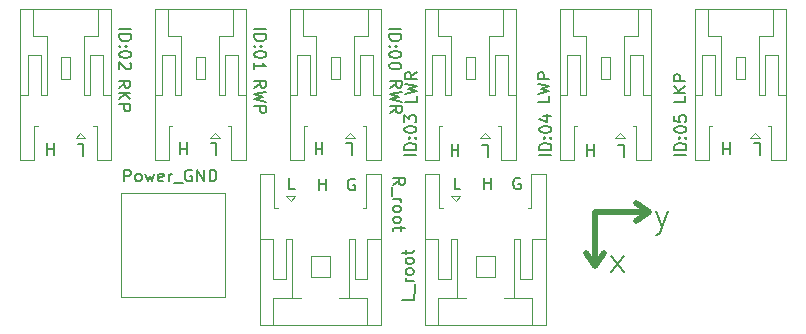
<source format=gbr>
%TF.GenerationSoftware,KiCad,Pcbnew,9.0.1*%
%TF.CreationDate,2025-04-23T20:11:47+09:00*%
%TF.ProjectId,RDC_Humanoid_CAN_chain,5244435f-4875-46d6-916e-6f69645f4341,rev?*%
%TF.SameCoordinates,Original*%
%TF.FileFunction,Legend,Top*%
%TF.FilePolarity,Positive*%
%FSLAX46Y46*%
G04 Gerber Fmt 4.6, Leading zero omitted, Abs format (unit mm)*
G04 Created by KiCad (PCBNEW 9.0.1) date 2025-04-23 20:11:47*
%MOMM*%
%LPD*%
G01*
G04 APERTURE LIST*
%ADD10C,0.170000*%
%ADD11C,0.500000*%
%ADD12C,0.200000*%
%ADD13C,0.120000*%
G04 APERTURE END LIST*
D10*
X41150062Y-87811220D02*
X41150062Y-88811220D01*
X41150062Y-88335030D02*
X40578634Y-88335030D01*
X40578634Y-87811220D02*
X40578634Y-88811220D01*
X60368779Y-100673872D02*
X60368779Y-101150062D01*
X60368779Y-101150062D02*
X59368779Y-101150062D01*
X60464017Y-100578634D02*
X60464017Y-99816729D01*
X60368779Y-99578633D02*
X59702112Y-99578633D01*
X59892588Y-99578633D02*
X59797350Y-99531014D01*
X59797350Y-99531014D02*
X59749731Y-99483395D01*
X59749731Y-99483395D02*
X59702112Y-99388157D01*
X59702112Y-99388157D02*
X59702112Y-99292919D01*
X60368779Y-98816728D02*
X60321160Y-98911966D01*
X60321160Y-98911966D02*
X60273540Y-98959585D01*
X60273540Y-98959585D02*
X60178302Y-99007204D01*
X60178302Y-99007204D02*
X59892588Y-99007204D01*
X59892588Y-99007204D02*
X59797350Y-98959585D01*
X59797350Y-98959585D02*
X59749731Y-98911966D01*
X59749731Y-98911966D02*
X59702112Y-98816728D01*
X59702112Y-98816728D02*
X59702112Y-98673871D01*
X59702112Y-98673871D02*
X59749731Y-98578633D01*
X59749731Y-98578633D02*
X59797350Y-98531014D01*
X59797350Y-98531014D02*
X59892588Y-98483395D01*
X59892588Y-98483395D02*
X60178302Y-98483395D01*
X60178302Y-98483395D02*
X60273540Y-98531014D01*
X60273540Y-98531014D02*
X60321160Y-98578633D01*
X60321160Y-98578633D02*
X60368779Y-98673871D01*
X60368779Y-98673871D02*
X60368779Y-98816728D01*
X60368779Y-97911966D02*
X60321160Y-98007204D01*
X60321160Y-98007204D02*
X60273540Y-98054823D01*
X60273540Y-98054823D02*
X60178302Y-98102442D01*
X60178302Y-98102442D02*
X59892588Y-98102442D01*
X59892588Y-98102442D02*
X59797350Y-98054823D01*
X59797350Y-98054823D02*
X59749731Y-98007204D01*
X59749731Y-98007204D02*
X59702112Y-97911966D01*
X59702112Y-97911966D02*
X59702112Y-97769109D01*
X59702112Y-97769109D02*
X59749731Y-97673871D01*
X59749731Y-97673871D02*
X59797350Y-97626252D01*
X59797350Y-97626252D02*
X59892588Y-97578633D01*
X59892588Y-97578633D02*
X60178302Y-97578633D01*
X60178302Y-97578633D02*
X60273540Y-97626252D01*
X60273540Y-97626252D02*
X60321160Y-97673871D01*
X60321160Y-97673871D02*
X60368779Y-97769109D01*
X60368779Y-97769109D02*
X60368779Y-97911966D01*
X59702112Y-97292918D02*
X59702112Y-96911966D01*
X59368779Y-97150061D02*
X60225921Y-97150061D01*
X60225921Y-97150061D02*
X60321160Y-97102442D01*
X60321160Y-97102442D02*
X60368779Y-97007204D01*
X60368779Y-97007204D02*
X60368779Y-96911966D01*
X69373746Y-90846398D02*
X69278508Y-90798779D01*
X69278508Y-90798779D02*
X69135651Y-90798779D01*
X69135651Y-90798779D02*
X68992794Y-90846398D01*
X68992794Y-90846398D02*
X68897556Y-90941636D01*
X68897556Y-90941636D02*
X68849937Y-91036874D01*
X68849937Y-91036874D02*
X68802318Y-91227350D01*
X68802318Y-91227350D02*
X68802318Y-91370207D01*
X68802318Y-91370207D02*
X68849937Y-91560683D01*
X68849937Y-91560683D02*
X68897556Y-91655921D01*
X68897556Y-91655921D02*
X68992794Y-91751160D01*
X68992794Y-91751160D02*
X69135651Y-91798779D01*
X69135651Y-91798779D02*
X69230889Y-91798779D01*
X69230889Y-91798779D02*
X69373746Y-91751160D01*
X69373746Y-91751160D02*
X69421365Y-91703540D01*
X69421365Y-91703540D02*
X69421365Y-91370207D01*
X69421365Y-91370207D02*
X69230889Y-91370207D01*
X83368779Y-83923872D02*
X83368779Y-84400062D01*
X83368779Y-84400062D02*
X82368779Y-84400062D01*
X83368779Y-83590538D02*
X82368779Y-83590538D01*
X83368779Y-83019110D02*
X82797350Y-83447681D01*
X82368779Y-83019110D02*
X82940207Y-83590538D01*
X83368779Y-82590538D02*
X82368779Y-82590538D01*
X82368779Y-82590538D02*
X82368779Y-82209586D01*
X82368779Y-82209586D02*
X82416398Y-82114348D01*
X82416398Y-82114348D02*
X82464017Y-82066729D01*
X82464017Y-82066729D02*
X82559255Y-82019110D01*
X82559255Y-82019110D02*
X82702112Y-82019110D01*
X82702112Y-82019110D02*
X82797350Y-82066729D01*
X82797350Y-82066729D02*
X82844969Y-82114348D01*
X82844969Y-82114348D02*
X82892588Y-82209586D01*
X82892588Y-82209586D02*
X82892588Y-82590538D01*
X29900062Y-87881220D02*
X29900062Y-88881220D01*
X29900062Y-88405030D02*
X29328634Y-88405030D01*
X29328634Y-87881220D02*
X29328634Y-88881220D01*
X50326127Y-91798779D02*
X49849937Y-91798779D01*
X49849937Y-91798779D02*
X49849937Y-90798779D01*
X89173872Y-87881220D02*
X89650062Y-87881220D01*
X89650062Y-87881220D02*
X89650062Y-88881220D01*
X72013779Y-88920062D02*
X71013779Y-88920062D01*
X72013779Y-88443872D02*
X71013779Y-88443872D01*
X71013779Y-88443872D02*
X71013779Y-88205777D01*
X71013779Y-88205777D02*
X71061398Y-88062920D01*
X71061398Y-88062920D02*
X71156636Y-87967682D01*
X71156636Y-87967682D02*
X71251874Y-87920063D01*
X71251874Y-87920063D02*
X71442350Y-87872444D01*
X71442350Y-87872444D02*
X71585207Y-87872444D01*
X71585207Y-87872444D02*
X71775683Y-87920063D01*
X71775683Y-87920063D02*
X71870921Y-87967682D01*
X71870921Y-87967682D02*
X71966160Y-88062920D01*
X71966160Y-88062920D02*
X72013779Y-88205777D01*
X72013779Y-88205777D02*
X72013779Y-88443872D01*
X71918540Y-87443872D02*
X71966160Y-87396253D01*
X71966160Y-87396253D02*
X72013779Y-87443872D01*
X72013779Y-87443872D02*
X71966160Y-87491491D01*
X71966160Y-87491491D02*
X71918540Y-87443872D01*
X71918540Y-87443872D02*
X72013779Y-87443872D01*
X71394731Y-87443872D02*
X71442350Y-87396253D01*
X71442350Y-87396253D02*
X71489969Y-87443872D01*
X71489969Y-87443872D02*
X71442350Y-87491491D01*
X71442350Y-87491491D02*
X71394731Y-87443872D01*
X71394731Y-87443872D02*
X71489969Y-87443872D01*
X71013779Y-86777206D02*
X71013779Y-86681968D01*
X71013779Y-86681968D02*
X71061398Y-86586730D01*
X71061398Y-86586730D02*
X71109017Y-86539111D01*
X71109017Y-86539111D02*
X71204255Y-86491492D01*
X71204255Y-86491492D02*
X71394731Y-86443873D01*
X71394731Y-86443873D02*
X71632826Y-86443873D01*
X71632826Y-86443873D02*
X71823302Y-86491492D01*
X71823302Y-86491492D02*
X71918540Y-86539111D01*
X71918540Y-86539111D02*
X71966160Y-86586730D01*
X71966160Y-86586730D02*
X72013779Y-86681968D01*
X72013779Y-86681968D02*
X72013779Y-86777206D01*
X72013779Y-86777206D02*
X71966160Y-86872444D01*
X71966160Y-86872444D02*
X71918540Y-86920063D01*
X71918540Y-86920063D02*
X71823302Y-86967682D01*
X71823302Y-86967682D02*
X71632826Y-87015301D01*
X71632826Y-87015301D02*
X71394731Y-87015301D01*
X71394731Y-87015301D02*
X71204255Y-86967682D01*
X71204255Y-86967682D02*
X71109017Y-86920063D01*
X71109017Y-86920063D02*
X71061398Y-86872444D01*
X71061398Y-86872444D02*
X71013779Y-86777206D01*
X71347112Y-85586730D02*
X72013779Y-85586730D01*
X70966160Y-85824825D02*
X71680445Y-86062920D01*
X71680445Y-86062920D02*
X71680445Y-85443873D01*
X58381220Y-83171365D02*
X58857411Y-82838032D01*
X58381220Y-82599937D02*
X59381220Y-82599937D01*
X59381220Y-82599937D02*
X59381220Y-82980889D01*
X59381220Y-82980889D02*
X59333601Y-83076127D01*
X59333601Y-83076127D02*
X59285982Y-83123746D01*
X59285982Y-83123746D02*
X59190744Y-83171365D01*
X59190744Y-83171365D02*
X59047887Y-83171365D01*
X59047887Y-83171365D02*
X58952649Y-83123746D01*
X58952649Y-83123746D02*
X58905030Y-83076127D01*
X58905030Y-83076127D02*
X58857411Y-82980889D01*
X58857411Y-82980889D02*
X58857411Y-82599937D01*
X59381220Y-83504699D02*
X58381220Y-83742794D01*
X58381220Y-83742794D02*
X59095506Y-83933270D01*
X59095506Y-83933270D02*
X58381220Y-84123746D01*
X58381220Y-84123746D02*
X59381220Y-84361842D01*
X58381220Y-85314222D02*
X58857411Y-84980889D01*
X58381220Y-84742794D02*
X59381220Y-84742794D01*
X59381220Y-84742794D02*
X59381220Y-85123746D01*
X59381220Y-85123746D02*
X59333601Y-85218984D01*
X59333601Y-85218984D02*
X59285982Y-85266603D01*
X59285982Y-85266603D02*
X59190744Y-85314222D01*
X59190744Y-85314222D02*
X59047887Y-85314222D01*
X59047887Y-85314222D02*
X58952649Y-85266603D01*
X58952649Y-85266603D02*
X58905030Y-85218984D01*
X58905030Y-85218984D02*
X58857411Y-85123746D01*
X58857411Y-85123746D02*
X58857411Y-84742794D01*
X46876220Y-78189937D02*
X47876220Y-78189937D01*
X46876220Y-78666127D02*
X47876220Y-78666127D01*
X47876220Y-78666127D02*
X47876220Y-78904222D01*
X47876220Y-78904222D02*
X47828601Y-79047079D01*
X47828601Y-79047079D02*
X47733363Y-79142317D01*
X47733363Y-79142317D02*
X47638125Y-79189936D01*
X47638125Y-79189936D02*
X47447649Y-79237555D01*
X47447649Y-79237555D02*
X47304792Y-79237555D01*
X47304792Y-79237555D02*
X47114316Y-79189936D01*
X47114316Y-79189936D02*
X47019078Y-79142317D01*
X47019078Y-79142317D02*
X46923840Y-79047079D01*
X46923840Y-79047079D02*
X46876220Y-78904222D01*
X46876220Y-78904222D02*
X46876220Y-78666127D01*
X46971459Y-79666127D02*
X46923840Y-79713746D01*
X46923840Y-79713746D02*
X46876220Y-79666127D01*
X46876220Y-79666127D02*
X46923840Y-79618508D01*
X46923840Y-79618508D02*
X46971459Y-79666127D01*
X46971459Y-79666127D02*
X46876220Y-79666127D01*
X47495268Y-79666127D02*
X47447649Y-79713746D01*
X47447649Y-79713746D02*
X47400030Y-79666127D01*
X47400030Y-79666127D02*
X47447649Y-79618508D01*
X47447649Y-79618508D02*
X47495268Y-79666127D01*
X47495268Y-79666127D02*
X47400030Y-79666127D01*
X47876220Y-80332793D02*
X47876220Y-80428031D01*
X47876220Y-80428031D02*
X47828601Y-80523269D01*
X47828601Y-80523269D02*
X47780982Y-80570888D01*
X47780982Y-80570888D02*
X47685744Y-80618507D01*
X47685744Y-80618507D02*
X47495268Y-80666126D01*
X47495268Y-80666126D02*
X47257173Y-80666126D01*
X47257173Y-80666126D02*
X47066697Y-80618507D01*
X47066697Y-80618507D02*
X46971459Y-80570888D01*
X46971459Y-80570888D02*
X46923840Y-80523269D01*
X46923840Y-80523269D02*
X46876220Y-80428031D01*
X46876220Y-80428031D02*
X46876220Y-80332793D01*
X46876220Y-80332793D02*
X46923840Y-80237555D01*
X46923840Y-80237555D02*
X46971459Y-80189936D01*
X46971459Y-80189936D02*
X47066697Y-80142317D01*
X47066697Y-80142317D02*
X47257173Y-80094698D01*
X47257173Y-80094698D02*
X47495268Y-80094698D01*
X47495268Y-80094698D02*
X47685744Y-80142317D01*
X47685744Y-80142317D02*
X47780982Y-80189936D01*
X47780982Y-80189936D02*
X47828601Y-80237555D01*
X47828601Y-80237555D02*
X47876220Y-80332793D01*
X46876220Y-81618507D02*
X46876220Y-81047079D01*
X46876220Y-81332793D02*
X47876220Y-81332793D01*
X47876220Y-81332793D02*
X47733363Y-81237555D01*
X47733363Y-81237555D02*
X47638125Y-81142317D01*
X47638125Y-81142317D02*
X47590506Y-81047079D01*
X66173872Y-88011220D02*
X66650062Y-88011220D01*
X66650062Y-88011220D02*
X66650062Y-89011220D01*
X75650062Y-87941220D02*
X75650062Y-88941220D01*
X75650062Y-88465030D02*
X75078634Y-88465030D01*
X75078634Y-87941220D02*
X75078634Y-88941220D01*
X46881220Y-83171365D02*
X47357411Y-82838032D01*
X46881220Y-82599937D02*
X47881220Y-82599937D01*
X47881220Y-82599937D02*
X47881220Y-82980889D01*
X47881220Y-82980889D02*
X47833601Y-83076127D01*
X47833601Y-83076127D02*
X47785982Y-83123746D01*
X47785982Y-83123746D02*
X47690744Y-83171365D01*
X47690744Y-83171365D02*
X47547887Y-83171365D01*
X47547887Y-83171365D02*
X47452649Y-83123746D01*
X47452649Y-83123746D02*
X47405030Y-83076127D01*
X47405030Y-83076127D02*
X47357411Y-82980889D01*
X47357411Y-82980889D02*
X47357411Y-82599937D01*
X47881220Y-83504699D02*
X46881220Y-83742794D01*
X46881220Y-83742794D02*
X47595506Y-83933270D01*
X47595506Y-83933270D02*
X46881220Y-84123746D01*
X46881220Y-84123746D02*
X47881220Y-84361842D01*
X46881220Y-84742794D02*
X47881220Y-84742794D01*
X47881220Y-84742794D02*
X47881220Y-85123746D01*
X47881220Y-85123746D02*
X47833601Y-85218984D01*
X47833601Y-85218984D02*
X47785982Y-85266603D01*
X47785982Y-85266603D02*
X47690744Y-85314222D01*
X47690744Y-85314222D02*
X47547887Y-85314222D01*
X47547887Y-85314222D02*
X47452649Y-85266603D01*
X47452649Y-85266603D02*
X47405030Y-85218984D01*
X47405030Y-85218984D02*
X47357411Y-85123746D01*
X47357411Y-85123746D02*
X47357411Y-84742794D01*
X64326127Y-91798779D02*
X63849937Y-91798779D01*
X63849937Y-91798779D02*
X63849937Y-90798779D01*
D11*
X75685137Y-93728285D02*
X75685137Y-98299714D01*
X76447042Y-97156857D02*
X75685137Y-98299714D01*
X75685137Y-98299714D02*
X74923232Y-97156857D01*
D10*
X58631220Y-91421365D02*
X59107411Y-91088032D01*
X58631220Y-90849937D02*
X59631220Y-90849937D01*
X59631220Y-90849937D02*
X59631220Y-91230889D01*
X59631220Y-91230889D02*
X59583601Y-91326127D01*
X59583601Y-91326127D02*
X59535982Y-91373746D01*
X59535982Y-91373746D02*
X59440744Y-91421365D01*
X59440744Y-91421365D02*
X59297887Y-91421365D01*
X59297887Y-91421365D02*
X59202649Y-91373746D01*
X59202649Y-91373746D02*
X59155030Y-91326127D01*
X59155030Y-91326127D02*
X59107411Y-91230889D01*
X59107411Y-91230889D02*
X59107411Y-90849937D01*
X58535982Y-91611842D02*
X58535982Y-92373746D01*
X58631220Y-92611842D02*
X59297887Y-92611842D01*
X59107411Y-92611842D02*
X59202649Y-92659461D01*
X59202649Y-92659461D02*
X59250268Y-92707080D01*
X59250268Y-92707080D02*
X59297887Y-92802318D01*
X59297887Y-92802318D02*
X59297887Y-92897556D01*
X58631220Y-93373747D02*
X58678840Y-93278509D01*
X58678840Y-93278509D02*
X58726459Y-93230890D01*
X58726459Y-93230890D02*
X58821697Y-93183271D01*
X58821697Y-93183271D02*
X59107411Y-93183271D01*
X59107411Y-93183271D02*
X59202649Y-93230890D01*
X59202649Y-93230890D02*
X59250268Y-93278509D01*
X59250268Y-93278509D02*
X59297887Y-93373747D01*
X59297887Y-93373747D02*
X59297887Y-93516604D01*
X59297887Y-93516604D02*
X59250268Y-93611842D01*
X59250268Y-93611842D02*
X59202649Y-93659461D01*
X59202649Y-93659461D02*
X59107411Y-93707080D01*
X59107411Y-93707080D02*
X58821697Y-93707080D01*
X58821697Y-93707080D02*
X58726459Y-93659461D01*
X58726459Y-93659461D02*
X58678840Y-93611842D01*
X58678840Y-93611842D02*
X58631220Y-93516604D01*
X58631220Y-93516604D02*
X58631220Y-93373747D01*
X58631220Y-94278509D02*
X58678840Y-94183271D01*
X58678840Y-94183271D02*
X58726459Y-94135652D01*
X58726459Y-94135652D02*
X58821697Y-94088033D01*
X58821697Y-94088033D02*
X59107411Y-94088033D01*
X59107411Y-94088033D02*
X59202649Y-94135652D01*
X59202649Y-94135652D02*
X59250268Y-94183271D01*
X59250268Y-94183271D02*
X59297887Y-94278509D01*
X59297887Y-94278509D02*
X59297887Y-94421366D01*
X59297887Y-94421366D02*
X59250268Y-94516604D01*
X59250268Y-94516604D02*
X59202649Y-94564223D01*
X59202649Y-94564223D02*
X59107411Y-94611842D01*
X59107411Y-94611842D02*
X58821697Y-94611842D01*
X58821697Y-94611842D02*
X58726459Y-94564223D01*
X58726459Y-94564223D02*
X58678840Y-94516604D01*
X58678840Y-94516604D02*
X58631220Y-94421366D01*
X58631220Y-94421366D02*
X58631220Y-94278509D01*
X59297887Y-94897557D02*
X59297887Y-95278509D01*
X59631220Y-95040414D02*
X58774078Y-95040414D01*
X58774078Y-95040414D02*
X58678840Y-95088033D01*
X58678840Y-95088033D02*
X58631220Y-95183271D01*
X58631220Y-95183271D02*
X58631220Y-95278509D01*
X52349937Y-91868779D02*
X52349937Y-90868779D01*
X52349937Y-91344969D02*
X52921365Y-91344969D01*
X52921365Y-91868779D02*
X52921365Y-90868779D01*
X66349937Y-91798779D02*
X66349937Y-90798779D01*
X66349937Y-91274969D02*
X66921365Y-91274969D01*
X66921365Y-91798779D02*
X66921365Y-90798779D01*
X35381220Y-83171365D02*
X35857411Y-82838032D01*
X35381220Y-82599937D02*
X36381220Y-82599937D01*
X36381220Y-82599937D02*
X36381220Y-82980889D01*
X36381220Y-82980889D02*
X36333601Y-83076127D01*
X36333601Y-83076127D02*
X36285982Y-83123746D01*
X36285982Y-83123746D02*
X36190744Y-83171365D01*
X36190744Y-83171365D02*
X36047887Y-83171365D01*
X36047887Y-83171365D02*
X35952649Y-83123746D01*
X35952649Y-83123746D02*
X35905030Y-83076127D01*
X35905030Y-83076127D02*
X35857411Y-82980889D01*
X35857411Y-82980889D02*
X35857411Y-82599937D01*
X35381220Y-83599937D02*
X36381220Y-83599937D01*
X35381220Y-84171365D02*
X35952649Y-83742794D01*
X36381220Y-84171365D02*
X35809792Y-83599937D01*
X35381220Y-84599937D02*
X36381220Y-84599937D01*
X36381220Y-84599937D02*
X36381220Y-84980889D01*
X36381220Y-84980889D02*
X36333601Y-85076127D01*
X36333601Y-85076127D02*
X36285982Y-85123746D01*
X36285982Y-85123746D02*
X36190744Y-85171365D01*
X36190744Y-85171365D02*
X36047887Y-85171365D01*
X36047887Y-85171365D02*
X35952649Y-85123746D01*
X35952649Y-85123746D02*
X35905030Y-85076127D01*
X35905030Y-85076127D02*
X35857411Y-84980889D01*
X35857411Y-84980889D02*
X35857411Y-84599937D01*
X77673872Y-88011220D02*
X78150062Y-88011220D01*
X78150062Y-88011220D02*
X78150062Y-89011220D01*
X55373746Y-90916398D02*
X55278508Y-90868779D01*
X55278508Y-90868779D02*
X55135651Y-90868779D01*
X55135651Y-90868779D02*
X54992794Y-90916398D01*
X54992794Y-90916398D02*
X54897556Y-91011636D01*
X54897556Y-91011636D02*
X54849937Y-91106874D01*
X54849937Y-91106874D02*
X54802318Y-91297350D01*
X54802318Y-91297350D02*
X54802318Y-91440207D01*
X54802318Y-91440207D02*
X54849937Y-91630683D01*
X54849937Y-91630683D02*
X54897556Y-91725921D01*
X54897556Y-91725921D02*
X54992794Y-91821160D01*
X54992794Y-91821160D02*
X55135651Y-91868779D01*
X55135651Y-91868779D02*
X55230889Y-91868779D01*
X55230889Y-91868779D02*
X55373746Y-91821160D01*
X55373746Y-91821160D02*
X55421365Y-91773540D01*
X55421365Y-91773540D02*
X55421365Y-91440207D01*
X55421365Y-91440207D02*
X55230889Y-91440207D01*
X83443779Y-88920062D02*
X82443779Y-88920062D01*
X83443779Y-88443872D02*
X82443779Y-88443872D01*
X82443779Y-88443872D02*
X82443779Y-88205777D01*
X82443779Y-88205777D02*
X82491398Y-88062920D01*
X82491398Y-88062920D02*
X82586636Y-87967682D01*
X82586636Y-87967682D02*
X82681874Y-87920063D01*
X82681874Y-87920063D02*
X82872350Y-87872444D01*
X82872350Y-87872444D02*
X83015207Y-87872444D01*
X83015207Y-87872444D02*
X83205683Y-87920063D01*
X83205683Y-87920063D02*
X83300921Y-87967682D01*
X83300921Y-87967682D02*
X83396160Y-88062920D01*
X83396160Y-88062920D02*
X83443779Y-88205777D01*
X83443779Y-88205777D02*
X83443779Y-88443872D01*
X83348540Y-87443872D02*
X83396160Y-87396253D01*
X83396160Y-87396253D02*
X83443779Y-87443872D01*
X83443779Y-87443872D02*
X83396160Y-87491491D01*
X83396160Y-87491491D02*
X83348540Y-87443872D01*
X83348540Y-87443872D02*
X83443779Y-87443872D01*
X82824731Y-87443872D02*
X82872350Y-87396253D01*
X82872350Y-87396253D02*
X82919969Y-87443872D01*
X82919969Y-87443872D02*
X82872350Y-87491491D01*
X82872350Y-87491491D02*
X82824731Y-87443872D01*
X82824731Y-87443872D02*
X82919969Y-87443872D01*
X82443779Y-86777206D02*
X82443779Y-86681968D01*
X82443779Y-86681968D02*
X82491398Y-86586730D01*
X82491398Y-86586730D02*
X82539017Y-86539111D01*
X82539017Y-86539111D02*
X82634255Y-86491492D01*
X82634255Y-86491492D02*
X82824731Y-86443873D01*
X82824731Y-86443873D02*
X83062826Y-86443873D01*
X83062826Y-86443873D02*
X83253302Y-86491492D01*
X83253302Y-86491492D02*
X83348540Y-86539111D01*
X83348540Y-86539111D02*
X83396160Y-86586730D01*
X83396160Y-86586730D02*
X83443779Y-86681968D01*
X83443779Y-86681968D02*
X83443779Y-86777206D01*
X83443779Y-86777206D02*
X83396160Y-86872444D01*
X83396160Y-86872444D02*
X83348540Y-86920063D01*
X83348540Y-86920063D02*
X83253302Y-86967682D01*
X83253302Y-86967682D02*
X83062826Y-87015301D01*
X83062826Y-87015301D02*
X82824731Y-87015301D01*
X82824731Y-87015301D02*
X82634255Y-86967682D01*
X82634255Y-86967682D02*
X82539017Y-86920063D01*
X82539017Y-86920063D02*
X82491398Y-86872444D01*
X82491398Y-86872444D02*
X82443779Y-86777206D01*
X82443779Y-85539111D02*
X82443779Y-86015301D01*
X82443779Y-86015301D02*
X82919969Y-86062920D01*
X82919969Y-86062920D02*
X82872350Y-86015301D01*
X82872350Y-86015301D02*
X82824731Y-85920063D01*
X82824731Y-85920063D02*
X82824731Y-85681968D01*
X82824731Y-85681968D02*
X82872350Y-85586730D01*
X82872350Y-85586730D02*
X82919969Y-85539111D01*
X82919969Y-85539111D02*
X83015207Y-85491492D01*
X83015207Y-85491492D02*
X83253302Y-85491492D01*
X83253302Y-85491492D02*
X83348540Y-85539111D01*
X83348540Y-85539111D02*
X83396160Y-85586730D01*
X83396160Y-85586730D02*
X83443779Y-85681968D01*
X83443779Y-85681968D02*
X83443779Y-85920063D01*
X83443779Y-85920063D02*
X83396160Y-86015301D01*
X83396160Y-86015301D02*
X83348540Y-86062920D01*
D11*
X75727085Y-93714862D02*
X80298514Y-93714862D01*
X79155657Y-92952957D02*
X80298514Y-93714862D01*
X80298514Y-93714862D02*
X79155657Y-94476767D01*
D10*
X60583779Y-88920062D02*
X59583779Y-88920062D01*
X60583779Y-88443872D02*
X59583779Y-88443872D01*
X59583779Y-88443872D02*
X59583779Y-88205777D01*
X59583779Y-88205777D02*
X59631398Y-88062920D01*
X59631398Y-88062920D02*
X59726636Y-87967682D01*
X59726636Y-87967682D02*
X59821874Y-87920063D01*
X59821874Y-87920063D02*
X60012350Y-87872444D01*
X60012350Y-87872444D02*
X60155207Y-87872444D01*
X60155207Y-87872444D02*
X60345683Y-87920063D01*
X60345683Y-87920063D02*
X60440921Y-87967682D01*
X60440921Y-87967682D02*
X60536160Y-88062920D01*
X60536160Y-88062920D02*
X60583779Y-88205777D01*
X60583779Y-88205777D02*
X60583779Y-88443872D01*
X60488540Y-87443872D02*
X60536160Y-87396253D01*
X60536160Y-87396253D02*
X60583779Y-87443872D01*
X60583779Y-87443872D02*
X60536160Y-87491491D01*
X60536160Y-87491491D02*
X60488540Y-87443872D01*
X60488540Y-87443872D02*
X60583779Y-87443872D01*
X59964731Y-87443872D02*
X60012350Y-87396253D01*
X60012350Y-87396253D02*
X60059969Y-87443872D01*
X60059969Y-87443872D02*
X60012350Y-87491491D01*
X60012350Y-87491491D02*
X59964731Y-87443872D01*
X59964731Y-87443872D02*
X60059969Y-87443872D01*
X59583779Y-86777206D02*
X59583779Y-86681968D01*
X59583779Y-86681968D02*
X59631398Y-86586730D01*
X59631398Y-86586730D02*
X59679017Y-86539111D01*
X59679017Y-86539111D02*
X59774255Y-86491492D01*
X59774255Y-86491492D02*
X59964731Y-86443873D01*
X59964731Y-86443873D02*
X60202826Y-86443873D01*
X60202826Y-86443873D02*
X60393302Y-86491492D01*
X60393302Y-86491492D02*
X60488540Y-86539111D01*
X60488540Y-86539111D02*
X60536160Y-86586730D01*
X60536160Y-86586730D02*
X60583779Y-86681968D01*
X60583779Y-86681968D02*
X60583779Y-86777206D01*
X60583779Y-86777206D02*
X60536160Y-86872444D01*
X60536160Y-86872444D02*
X60488540Y-86920063D01*
X60488540Y-86920063D02*
X60393302Y-86967682D01*
X60393302Y-86967682D02*
X60202826Y-87015301D01*
X60202826Y-87015301D02*
X59964731Y-87015301D01*
X59964731Y-87015301D02*
X59774255Y-86967682D01*
X59774255Y-86967682D02*
X59679017Y-86920063D01*
X59679017Y-86920063D02*
X59631398Y-86872444D01*
X59631398Y-86872444D02*
X59583779Y-86777206D01*
X59583779Y-86110539D02*
X59583779Y-85491492D01*
X59583779Y-85491492D02*
X59964731Y-85824825D01*
X59964731Y-85824825D02*
X59964731Y-85681968D01*
X59964731Y-85681968D02*
X60012350Y-85586730D01*
X60012350Y-85586730D02*
X60059969Y-85539111D01*
X60059969Y-85539111D02*
X60155207Y-85491492D01*
X60155207Y-85491492D02*
X60393302Y-85491492D01*
X60393302Y-85491492D02*
X60488540Y-85539111D01*
X60488540Y-85539111D02*
X60536160Y-85586730D01*
X60536160Y-85586730D02*
X60583779Y-85681968D01*
X60583779Y-85681968D02*
X60583779Y-85967682D01*
X60583779Y-85967682D02*
X60536160Y-86062920D01*
X60536160Y-86062920D02*
X60488540Y-86110539D01*
X87150062Y-87811220D02*
X87150062Y-88811220D01*
X87150062Y-88335030D02*
X86578634Y-88335030D01*
X86578634Y-87811220D02*
X86578634Y-88811220D01*
X43173872Y-87881220D02*
X43650062Y-87881220D01*
X43650062Y-87881220D02*
X43650062Y-88881220D01*
X64150062Y-87941220D02*
X64150062Y-88941220D01*
X64150062Y-88465030D02*
X63578634Y-88465030D01*
X63578634Y-87941220D02*
X63578634Y-88941220D01*
X52650062Y-87811220D02*
X52650062Y-88811220D01*
X52650062Y-88335030D02*
X52078634Y-88335030D01*
X52078634Y-87811220D02*
X52078634Y-88811220D01*
X35849937Y-91118779D02*
X35849937Y-90118779D01*
X35849937Y-90118779D02*
X36230889Y-90118779D01*
X36230889Y-90118779D02*
X36326127Y-90166398D01*
X36326127Y-90166398D02*
X36373746Y-90214017D01*
X36373746Y-90214017D02*
X36421365Y-90309255D01*
X36421365Y-90309255D02*
X36421365Y-90452112D01*
X36421365Y-90452112D02*
X36373746Y-90547350D01*
X36373746Y-90547350D02*
X36326127Y-90594969D01*
X36326127Y-90594969D02*
X36230889Y-90642588D01*
X36230889Y-90642588D02*
X35849937Y-90642588D01*
X36992794Y-91118779D02*
X36897556Y-91071160D01*
X36897556Y-91071160D02*
X36849937Y-91023540D01*
X36849937Y-91023540D02*
X36802318Y-90928302D01*
X36802318Y-90928302D02*
X36802318Y-90642588D01*
X36802318Y-90642588D02*
X36849937Y-90547350D01*
X36849937Y-90547350D02*
X36897556Y-90499731D01*
X36897556Y-90499731D02*
X36992794Y-90452112D01*
X36992794Y-90452112D02*
X37135651Y-90452112D01*
X37135651Y-90452112D02*
X37230889Y-90499731D01*
X37230889Y-90499731D02*
X37278508Y-90547350D01*
X37278508Y-90547350D02*
X37326127Y-90642588D01*
X37326127Y-90642588D02*
X37326127Y-90928302D01*
X37326127Y-90928302D02*
X37278508Y-91023540D01*
X37278508Y-91023540D02*
X37230889Y-91071160D01*
X37230889Y-91071160D02*
X37135651Y-91118779D01*
X37135651Y-91118779D02*
X36992794Y-91118779D01*
X37659461Y-90452112D02*
X37849937Y-91118779D01*
X37849937Y-91118779D02*
X38040413Y-90642588D01*
X38040413Y-90642588D02*
X38230889Y-91118779D01*
X38230889Y-91118779D02*
X38421365Y-90452112D01*
X39183270Y-91071160D02*
X39088032Y-91118779D01*
X39088032Y-91118779D02*
X38897556Y-91118779D01*
X38897556Y-91118779D02*
X38802318Y-91071160D01*
X38802318Y-91071160D02*
X38754699Y-90975921D01*
X38754699Y-90975921D02*
X38754699Y-90594969D01*
X38754699Y-90594969D02*
X38802318Y-90499731D01*
X38802318Y-90499731D02*
X38897556Y-90452112D01*
X38897556Y-90452112D02*
X39088032Y-90452112D01*
X39088032Y-90452112D02*
X39183270Y-90499731D01*
X39183270Y-90499731D02*
X39230889Y-90594969D01*
X39230889Y-90594969D02*
X39230889Y-90690207D01*
X39230889Y-90690207D02*
X38754699Y-90785445D01*
X39659461Y-91118779D02*
X39659461Y-90452112D01*
X39659461Y-90642588D02*
X39707080Y-90547350D01*
X39707080Y-90547350D02*
X39754699Y-90499731D01*
X39754699Y-90499731D02*
X39849937Y-90452112D01*
X39849937Y-90452112D02*
X39945175Y-90452112D01*
X40040414Y-91214017D02*
X40802318Y-91214017D01*
X41564223Y-90166398D02*
X41468985Y-90118779D01*
X41468985Y-90118779D02*
X41326128Y-90118779D01*
X41326128Y-90118779D02*
X41183271Y-90166398D01*
X41183271Y-90166398D02*
X41088033Y-90261636D01*
X41088033Y-90261636D02*
X41040414Y-90356874D01*
X41040414Y-90356874D02*
X40992795Y-90547350D01*
X40992795Y-90547350D02*
X40992795Y-90690207D01*
X40992795Y-90690207D02*
X41040414Y-90880683D01*
X41040414Y-90880683D02*
X41088033Y-90975921D01*
X41088033Y-90975921D02*
X41183271Y-91071160D01*
X41183271Y-91071160D02*
X41326128Y-91118779D01*
X41326128Y-91118779D02*
X41421366Y-91118779D01*
X41421366Y-91118779D02*
X41564223Y-91071160D01*
X41564223Y-91071160D02*
X41611842Y-91023540D01*
X41611842Y-91023540D02*
X41611842Y-90690207D01*
X41611842Y-90690207D02*
X41421366Y-90690207D01*
X42040414Y-91118779D02*
X42040414Y-90118779D01*
X42040414Y-90118779D02*
X42611842Y-91118779D01*
X42611842Y-91118779D02*
X42611842Y-90118779D01*
X43088033Y-91118779D02*
X43088033Y-90118779D01*
X43088033Y-90118779D02*
X43326128Y-90118779D01*
X43326128Y-90118779D02*
X43468985Y-90166398D01*
X43468985Y-90166398D02*
X43564223Y-90261636D01*
X43564223Y-90261636D02*
X43611842Y-90356874D01*
X43611842Y-90356874D02*
X43659461Y-90547350D01*
X43659461Y-90547350D02*
X43659461Y-90690207D01*
X43659461Y-90690207D02*
X43611842Y-90880683D01*
X43611842Y-90880683D02*
X43564223Y-90975921D01*
X43564223Y-90975921D02*
X43468985Y-91071160D01*
X43468985Y-91071160D02*
X43326128Y-91118779D01*
X43326128Y-91118779D02*
X43088033Y-91118779D01*
X54673872Y-87881220D02*
X55150062Y-87881220D01*
X55150062Y-87881220D02*
X55150062Y-88881220D01*
X31923872Y-87951220D02*
X32400062Y-87951220D01*
X32400062Y-87951220D02*
X32400062Y-88951220D01*
D12*
X80917292Y-93661504D02*
X81393482Y-94994838D01*
X81869673Y-93661504D02*
X81393482Y-94994838D01*
X81393482Y-94994838D02*
X81203006Y-95471028D01*
X81203006Y-95471028D02*
X81107768Y-95566266D01*
X81107768Y-95566266D02*
X80917292Y-95661504D01*
X77107292Y-98804838D02*
X78154911Y-97471504D01*
X77107292Y-97471504D02*
X78154911Y-98804838D01*
D10*
X58306220Y-78189937D02*
X59306220Y-78189937D01*
X58306220Y-78666127D02*
X59306220Y-78666127D01*
X59306220Y-78666127D02*
X59306220Y-78904222D01*
X59306220Y-78904222D02*
X59258601Y-79047079D01*
X59258601Y-79047079D02*
X59163363Y-79142317D01*
X59163363Y-79142317D02*
X59068125Y-79189936D01*
X59068125Y-79189936D02*
X58877649Y-79237555D01*
X58877649Y-79237555D02*
X58734792Y-79237555D01*
X58734792Y-79237555D02*
X58544316Y-79189936D01*
X58544316Y-79189936D02*
X58449078Y-79142317D01*
X58449078Y-79142317D02*
X58353840Y-79047079D01*
X58353840Y-79047079D02*
X58306220Y-78904222D01*
X58306220Y-78904222D02*
X58306220Y-78666127D01*
X58401459Y-79666127D02*
X58353840Y-79713746D01*
X58353840Y-79713746D02*
X58306220Y-79666127D01*
X58306220Y-79666127D02*
X58353840Y-79618508D01*
X58353840Y-79618508D02*
X58401459Y-79666127D01*
X58401459Y-79666127D02*
X58306220Y-79666127D01*
X58925268Y-79666127D02*
X58877649Y-79713746D01*
X58877649Y-79713746D02*
X58830030Y-79666127D01*
X58830030Y-79666127D02*
X58877649Y-79618508D01*
X58877649Y-79618508D02*
X58925268Y-79666127D01*
X58925268Y-79666127D02*
X58830030Y-79666127D01*
X59306220Y-80332793D02*
X59306220Y-80428031D01*
X59306220Y-80428031D02*
X59258601Y-80523269D01*
X59258601Y-80523269D02*
X59210982Y-80570888D01*
X59210982Y-80570888D02*
X59115744Y-80618507D01*
X59115744Y-80618507D02*
X58925268Y-80666126D01*
X58925268Y-80666126D02*
X58687173Y-80666126D01*
X58687173Y-80666126D02*
X58496697Y-80618507D01*
X58496697Y-80618507D02*
X58401459Y-80570888D01*
X58401459Y-80570888D02*
X58353840Y-80523269D01*
X58353840Y-80523269D02*
X58306220Y-80428031D01*
X58306220Y-80428031D02*
X58306220Y-80332793D01*
X58306220Y-80332793D02*
X58353840Y-80237555D01*
X58353840Y-80237555D02*
X58401459Y-80189936D01*
X58401459Y-80189936D02*
X58496697Y-80142317D01*
X58496697Y-80142317D02*
X58687173Y-80094698D01*
X58687173Y-80094698D02*
X58925268Y-80094698D01*
X58925268Y-80094698D02*
X59115744Y-80142317D01*
X59115744Y-80142317D02*
X59210982Y-80189936D01*
X59210982Y-80189936D02*
X59258601Y-80237555D01*
X59258601Y-80237555D02*
X59306220Y-80332793D01*
X59306220Y-81285174D02*
X59306220Y-81380412D01*
X59306220Y-81380412D02*
X59258601Y-81475650D01*
X59258601Y-81475650D02*
X59210982Y-81523269D01*
X59210982Y-81523269D02*
X59115744Y-81570888D01*
X59115744Y-81570888D02*
X58925268Y-81618507D01*
X58925268Y-81618507D02*
X58687173Y-81618507D01*
X58687173Y-81618507D02*
X58496697Y-81570888D01*
X58496697Y-81570888D02*
X58401459Y-81523269D01*
X58401459Y-81523269D02*
X58353840Y-81475650D01*
X58353840Y-81475650D02*
X58306220Y-81380412D01*
X58306220Y-81380412D02*
X58306220Y-81285174D01*
X58306220Y-81285174D02*
X58353840Y-81189936D01*
X58353840Y-81189936D02*
X58401459Y-81142317D01*
X58401459Y-81142317D02*
X58496697Y-81094698D01*
X58496697Y-81094698D02*
X58687173Y-81047079D01*
X58687173Y-81047079D02*
X58925268Y-81047079D01*
X58925268Y-81047079D02*
X59115744Y-81094698D01*
X59115744Y-81094698D02*
X59210982Y-81142317D01*
X59210982Y-81142317D02*
X59258601Y-81189936D01*
X59258601Y-81189936D02*
X59306220Y-81285174D01*
X35446220Y-78189937D02*
X36446220Y-78189937D01*
X35446220Y-78666127D02*
X36446220Y-78666127D01*
X36446220Y-78666127D02*
X36446220Y-78904222D01*
X36446220Y-78904222D02*
X36398601Y-79047079D01*
X36398601Y-79047079D02*
X36303363Y-79142317D01*
X36303363Y-79142317D02*
X36208125Y-79189936D01*
X36208125Y-79189936D02*
X36017649Y-79237555D01*
X36017649Y-79237555D02*
X35874792Y-79237555D01*
X35874792Y-79237555D02*
X35684316Y-79189936D01*
X35684316Y-79189936D02*
X35589078Y-79142317D01*
X35589078Y-79142317D02*
X35493840Y-79047079D01*
X35493840Y-79047079D02*
X35446220Y-78904222D01*
X35446220Y-78904222D02*
X35446220Y-78666127D01*
X35541459Y-79666127D02*
X35493840Y-79713746D01*
X35493840Y-79713746D02*
X35446220Y-79666127D01*
X35446220Y-79666127D02*
X35493840Y-79618508D01*
X35493840Y-79618508D02*
X35541459Y-79666127D01*
X35541459Y-79666127D02*
X35446220Y-79666127D01*
X36065268Y-79666127D02*
X36017649Y-79713746D01*
X36017649Y-79713746D02*
X35970030Y-79666127D01*
X35970030Y-79666127D02*
X36017649Y-79618508D01*
X36017649Y-79618508D02*
X36065268Y-79666127D01*
X36065268Y-79666127D02*
X35970030Y-79666127D01*
X36446220Y-80332793D02*
X36446220Y-80428031D01*
X36446220Y-80428031D02*
X36398601Y-80523269D01*
X36398601Y-80523269D02*
X36350982Y-80570888D01*
X36350982Y-80570888D02*
X36255744Y-80618507D01*
X36255744Y-80618507D02*
X36065268Y-80666126D01*
X36065268Y-80666126D02*
X35827173Y-80666126D01*
X35827173Y-80666126D02*
X35636697Y-80618507D01*
X35636697Y-80618507D02*
X35541459Y-80570888D01*
X35541459Y-80570888D02*
X35493840Y-80523269D01*
X35493840Y-80523269D02*
X35446220Y-80428031D01*
X35446220Y-80428031D02*
X35446220Y-80332793D01*
X35446220Y-80332793D02*
X35493840Y-80237555D01*
X35493840Y-80237555D02*
X35541459Y-80189936D01*
X35541459Y-80189936D02*
X35636697Y-80142317D01*
X35636697Y-80142317D02*
X35827173Y-80094698D01*
X35827173Y-80094698D02*
X36065268Y-80094698D01*
X36065268Y-80094698D02*
X36255744Y-80142317D01*
X36255744Y-80142317D02*
X36350982Y-80189936D01*
X36350982Y-80189936D02*
X36398601Y-80237555D01*
X36398601Y-80237555D02*
X36446220Y-80332793D01*
X36350982Y-81047079D02*
X36398601Y-81094698D01*
X36398601Y-81094698D02*
X36446220Y-81189936D01*
X36446220Y-81189936D02*
X36446220Y-81428031D01*
X36446220Y-81428031D02*
X36398601Y-81523269D01*
X36398601Y-81523269D02*
X36350982Y-81570888D01*
X36350982Y-81570888D02*
X36255744Y-81618507D01*
X36255744Y-81618507D02*
X36160506Y-81618507D01*
X36160506Y-81618507D02*
X36017649Y-81570888D01*
X36017649Y-81570888D02*
X35446220Y-80999460D01*
X35446220Y-80999460D02*
X35446220Y-81618507D01*
X71868779Y-83923872D02*
X71868779Y-84400062D01*
X71868779Y-84400062D02*
X70868779Y-84400062D01*
X70868779Y-83685776D02*
X71868779Y-83447681D01*
X71868779Y-83447681D02*
X71154493Y-83257205D01*
X71154493Y-83257205D02*
X71868779Y-83066729D01*
X71868779Y-83066729D02*
X70868779Y-82828634D01*
X71868779Y-82447681D02*
X70868779Y-82447681D01*
X70868779Y-82447681D02*
X70868779Y-82066729D01*
X70868779Y-82066729D02*
X70916398Y-81971491D01*
X70916398Y-81971491D02*
X70964017Y-81923872D01*
X70964017Y-81923872D02*
X71059255Y-81876253D01*
X71059255Y-81876253D02*
X71202112Y-81876253D01*
X71202112Y-81876253D02*
X71297350Y-81923872D01*
X71297350Y-81923872D02*
X71344969Y-81971491D01*
X71344969Y-81971491D02*
X71392588Y-82066729D01*
X71392588Y-82066729D02*
X71392588Y-82447681D01*
X60618779Y-83923872D02*
X60618779Y-84400062D01*
X60618779Y-84400062D02*
X59618779Y-84400062D01*
X59618779Y-83685776D02*
X60618779Y-83447681D01*
X60618779Y-83447681D02*
X59904493Y-83257205D01*
X59904493Y-83257205D02*
X60618779Y-83066729D01*
X60618779Y-83066729D02*
X59618779Y-82828634D01*
X60618779Y-81876253D02*
X60142588Y-82209586D01*
X60618779Y-82447681D02*
X59618779Y-82447681D01*
X59618779Y-82447681D02*
X59618779Y-82066729D01*
X59618779Y-82066729D02*
X59666398Y-81971491D01*
X59666398Y-81971491D02*
X59714017Y-81923872D01*
X59714017Y-81923872D02*
X59809255Y-81876253D01*
X59809255Y-81876253D02*
X59952112Y-81876253D01*
X59952112Y-81876253D02*
X60047350Y-81923872D01*
X60047350Y-81923872D02*
X60094969Y-81971491D01*
X60094969Y-81971491D02*
X60142588Y-82066729D01*
X60142588Y-82066729D02*
X60142588Y-82447681D01*
D13*
%TO.C,J2*%
X61320000Y-90480000D02*
X61320000Y-103300000D01*
X61320000Y-103300000D02*
X71540000Y-103300000D01*
X62430000Y-95990000D02*
X61320000Y-95990000D01*
X62430000Y-99400000D02*
X62430000Y-95990000D01*
X62430000Y-101000000D02*
X64830000Y-101000000D01*
X62430000Y-103300000D02*
X62430000Y-101000000D01*
X62540000Y-90480000D02*
X61320000Y-90480000D01*
X62540000Y-93380000D02*
X62540000Y-90480000D01*
X62820000Y-93380000D02*
X62540000Y-93380000D01*
X63530000Y-92390000D02*
X64330000Y-92390000D01*
X63530000Y-95990000D02*
X63530000Y-99400000D01*
X63530000Y-99400000D02*
X62430000Y-99400000D01*
X63930000Y-92790000D02*
X63530000Y-92390000D01*
X64030000Y-95990000D02*
X63530000Y-95990000D01*
X64030000Y-101000000D02*
X64030000Y-95990000D01*
X64330000Y-92390000D02*
X63930000Y-92790000D01*
X65630000Y-97390000D02*
X67230000Y-97390000D01*
X65630000Y-99190000D02*
X65630000Y-97390000D01*
X67230000Y-97390000D02*
X67230000Y-99190000D01*
X67230000Y-99190000D02*
X65630000Y-99190000D01*
X68030000Y-101000000D02*
X70430000Y-101000000D01*
X68830000Y-95990000D02*
X69330000Y-95990000D01*
X68830000Y-101000000D02*
X68830000Y-95990000D01*
X69330000Y-95990000D02*
X69330000Y-99400000D01*
X69330000Y-99400000D02*
X70430000Y-99400000D01*
X70320000Y-90480000D02*
X70320000Y-93380000D01*
X70320000Y-93380000D02*
X70040000Y-93380000D01*
X70430000Y-95990000D02*
X71540000Y-95990000D01*
X70430000Y-99400000D02*
X70430000Y-95990000D01*
X70430000Y-101000000D02*
X70430000Y-103300000D01*
X71540000Y-90480000D02*
X70320000Y-90480000D01*
X71540000Y-103300000D02*
X71540000Y-90480000D01*
%TO.C,J6*%
X84160000Y-76510000D02*
X84160000Y-89330000D01*
X84160000Y-89330000D02*
X85380000Y-89330000D01*
X84820000Y-80410000D02*
X84820000Y-83820000D01*
X84820000Y-83820000D02*
X84160000Y-83820000D01*
X85270000Y-78810000D02*
X85270000Y-76510000D01*
X85380000Y-86430000D02*
X85660000Y-86430000D01*
X85380000Y-89330000D02*
X85380000Y-86430000D01*
X85920000Y-80410000D02*
X84820000Y-80410000D01*
X85920000Y-83820000D02*
X85920000Y-80410000D01*
X86420000Y-78810000D02*
X85270000Y-78810000D01*
X86420000Y-78810000D02*
X86420000Y-83820000D01*
X86420000Y-83820000D02*
X85920000Y-83820000D01*
X87620000Y-80620000D02*
X88420000Y-80620000D01*
X87620000Y-82420000D02*
X87620000Y-80620000D01*
X88420000Y-80620000D02*
X88420000Y-82420000D01*
X88420000Y-82420000D02*
X87620000Y-82420000D01*
X88870000Y-87420000D02*
X89270000Y-87020000D01*
X89270000Y-87020000D02*
X89670000Y-87420000D01*
X89620000Y-78810000D02*
X89620000Y-83820000D01*
X89620000Y-83820000D02*
X90120000Y-83820000D01*
X89670000Y-87420000D02*
X88870000Y-87420000D01*
X90120000Y-80410000D02*
X91220000Y-80410000D01*
X90120000Y-83820000D02*
X90120000Y-80410000D01*
X90380000Y-86430000D02*
X90660000Y-86430000D01*
X90660000Y-86430000D02*
X90660000Y-89330000D01*
X90660000Y-89330000D02*
X91880000Y-89330000D01*
X90770000Y-76510000D02*
X90770000Y-78810000D01*
X90770000Y-78810000D02*
X89620000Y-78810000D01*
X91220000Y-80410000D02*
X91220000Y-83820000D01*
X91220000Y-83820000D02*
X91880000Y-83820000D01*
X91880000Y-76510000D02*
X84160000Y-76510000D01*
X91880000Y-89330000D02*
X91880000Y-76510000D01*
%TO.C,J8*%
X61300000Y-76510000D02*
X61300000Y-89330000D01*
X61300000Y-89330000D02*
X62520000Y-89330000D01*
X61960000Y-80410000D02*
X61960000Y-83820000D01*
X61960000Y-83820000D02*
X61300000Y-83820000D01*
X62410000Y-78810000D02*
X62410000Y-76510000D01*
X62520000Y-86430000D02*
X62800000Y-86430000D01*
X62520000Y-89330000D02*
X62520000Y-86430000D01*
X63060000Y-80410000D02*
X61960000Y-80410000D01*
X63060000Y-83820000D02*
X63060000Y-80410000D01*
X63560000Y-78810000D02*
X62410000Y-78810000D01*
X63560000Y-78810000D02*
X63560000Y-83820000D01*
X63560000Y-83820000D02*
X63060000Y-83820000D01*
X64760000Y-80620000D02*
X65560000Y-80620000D01*
X64760000Y-82420000D02*
X64760000Y-80620000D01*
X65560000Y-80620000D02*
X65560000Y-82420000D01*
X65560000Y-82420000D02*
X64760000Y-82420000D01*
X66010000Y-87420000D02*
X66410000Y-87020000D01*
X66410000Y-87020000D02*
X66810000Y-87420000D01*
X66760000Y-78810000D02*
X66760000Y-83820000D01*
X66760000Y-83820000D02*
X67260000Y-83820000D01*
X66810000Y-87420000D02*
X66010000Y-87420000D01*
X67260000Y-80410000D02*
X68360000Y-80410000D01*
X67260000Y-83820000D02*
X67260000Y-80410000D01*
X67520000Y-86430000D02*
X67800000Y-86430000D01*
X67800000Y-86430000D02*
X67800000Y-89330000D01*
X67800000Y-89330000D02*
X69020000Y-89330000D01*
X67910000Y-76510000D02*
X67910000Y-78810000D01*
X67910000Y-78810000D02*
X66760000Y-78810000D01*
X68360000Y-80410000D02*
X68360000Y-83820000D01*
X68360000Y-83820000D02*
X69020000Y-83820000D01*
X69020000Y-76510000D02*
X61300000Y-76510000D01*
X69020000Y-89330000D02*
X69020000Y-76510000D01*
%TO.C,J4*%
X38440000Y-76510000D02*
X38440000Y-89330000D01*
X38440000Y-89330000D02*
X39660000Y-89330000D01*
X39100000Y-80410000D02*
X39100000Y-83820000D01*
X39100000Y-83820000D02*
X38440000Y-83820000D01*
X39550000Y-78810000D02*
X39550000Y-76510000D01*
X39660000Y-86430000D02*
X39940000Y-86430000D01*
X39660000Y-89330000D02*
X39660000Y-86430000D01*
X40200000Y-80410000D02*
X39100000Y-80410000D01*
X40200000Y-83820000D02*
X40200000Y-80410000D01*
X40700000Y-78810000D02*
X39550000Y-78810000D01*
X40700000Y-78810000D02*
X40700000Y-83820000D01*
X40700000Y-83820000D02*
X40200000Y-83820000D01*
X41900000Y-80620000D02*
X42700000Y-80620000D01*
X41900000Y-82420000D02*
X41900000Y-80620000D01*
X42700000Y-80620000D02*
X42700000Y-82420000D01*
X42700000Y-82420000D02*
X41900000Y-82420000D01*
X43150000Y-87420000D02*
X43550000Y-87020000D01*
X43550000Y-87020000D02*
X43950000Y-87420000D01*
X43900000Y-78810000D02*
X43900000Y-83820000D01*
X43900000Y-83820000D02*
X44400000Y-83820000D01*
X43950000Y-87420000D02*
X43150000Y-87420000D01*
X44400000Y-80410000D02*
X45500000Y-80410000D01*
X44400000Y-83820000D02*
X44400000Y-80410000D01*
X44660000Y-86430000D02*
X44940000Y-86430000D01*
X44940000Y-86430000D02*
X44940000Y-89330000D01*
X44940000Y-89330000D02*
X46160000Y-89330000D01*
X45050000Y-76510000D02*
X45050000Y-78810000D01*
X45050000Y-78810000D02*
X43900000Y-78810000D01*
X45500000Y-80410000D02*
X45500000Y-83820000D01*
X45500000Y-83820000D02*
X46160000Y-83820000D01*
X46160000Y-76510000D02*
X38440000Y-76510000D01*
X46160000Y-89330000D02*
X46160000Y-76510000D01*
%TO.C,J5*%
X27030000Y-76510000D02*
X27030000Y-89330000D01*
X27030000Y-89330000D02*
X28250000Y-89330000D01*
X27690000Y-80410000D02*
X27690000Y-83820000D01*
X27690000Y-83820000D02*
X27030000Y-83820000D01*
X28140000Y-78810000D02*
X28140000Y-76510000D01*
X28250000Y-86430000D02*
X28530000Y-86430000D01*
X28250000Y-89330000D02*
X28250000Y-86430000D01*
X28790000Y-80410000D02*
X27690000Y-80410000D01*
X28790000Y-83820000D02*
X28790000Y-80410000D01*
X29290000Y-78810000D02*
X28140000Y-78810000D01*
X29290000Y-78810000D02*
X29290000Y-83820000D01*
X29290000Y-83820000D02*
X28790000Y-83820000D01*
X30490000Y-80620000D02*
X31290000Y-80620000D01*
X30490000Y-82420000D02*
X30490000Y-80620000D01*
X31290000Y-80620000D02*
X31290000Y-82420000D01*
X31290000Y-82420000D02*
X30490000Y-82420000D01*
X31740000Y-87420000D02*
X32140000Y-87020000D01*
X32140000Y-87020000D02*
X32540000Y-87420000D01*
X32490000Y-78810000D02*
X32490000Y-83820000D01*
X32490000Y-83820000D02*
X32990000Y-83820000D01*
X32540000Y-87420000D02*
X31740000Y-87420000D01*
X32990000Y-80410000D02*
X34090000Y-80410000D01*
X32990000Y-83820000D02*
X32990000Y-80410000D01*
X33250000Y-86430000D02*
X33530000Y-86430000D01*
X33530000Y-86430000D02*
X33530000Y-89330000D01*
X33530000Y-89330000D02*
X34750000Y-89330000D01*
X33640000Y-76510000D02*
X33640000Y-78810000D01*
X33640000Y-78810000D02*
X32490000Y-78810000D01*
X34090000Y-80410000D02*
X34090000Y-83820000D01*
X34090000Y-83820000D02*
X34750000Y-83820000D01*
X34750000Y-76510000D02*
X27030000Y-76510000D01*
X34750000Y-89330000D02*
X34750000Y-76510000D01*
%TO.C,J3*%
X49870000Y-76510000D02*
X49870000Y-89330000D01*
X49870000Y-89330000D02*
X51090000Y-89330000D01*
X50530000Y-80410000D02*
X50530000Y-83820000D01*
X50530000Y-83820000D02*
X49870000Y-83820000D01*
X50980000Y-78810000D02*
X50980000Y-76510000D01*
X51090000Y-86430000D02*
X51370000Y-86430000D01*
X51090000Y-89330000D02*
X51090000Y-86430000D01*
X51630000Y-80410000D02*
X50530000Y-80410000D01*
X51630000Y-83820000D02*
X51630000Y-80410000D01*
X52130000Y-78810000D02*
X50980000Y-78810000D01*
X52130000Y-78810000D02*
X52130000Y-83820000D01*
X52130000Y-83820000D02*
X51630000Y-83820000D01*
X53330000Y-80620000D02*
X54130000Y-80620000D01*
X53330000Y-82420000D02*
X53330000Y-80620000D01*
X54130000Y-80620000D02*
X54130000Y-82420000D01*
X54130000Y-82420000D02*
X53330000Y-82420000D01*
X54580000Y-87420000D02*
X54980000Y-87020000D01*
X54980000Y-87020000D02*
X55380000Y-87420000D01*
X55330000Y-78810000D02*
X55330000Y-83820000D01*
X55330000Y-83820000D02*
X55830000Y-83820000D01*
X55380000Y-87420000D02*
X54580000Y-87420000D01*
X55830000Y-80410000D02*
X56930000Y-80410000D01*
X55830000Y-83820000D02*
X55830000Y-80410000D01*
X56090000Y-86430000D02*
X56370000Y-86430000D01*
X56370000Y-86430000D02*
X56370000Y-89330000D01*
X56370000Y-89330000D02*
X57590000Y-89330000D01*
X56480000Y-76510000D02*
X56480000Y-78810000D01*
X56480000Y-78810000D02*
X55330000Y-78810000D01*
X56930000Y-80410000D02*
X56930000Y-83820000D01*
X56930000Y-83820000D02*
X57590000Y-83820000D01*
X57590000Y-76510000D02*
X49870000Y-76510000D01*
X57590000Y-89330000D02*
X57590000Y-76510000D01*
%TO.C,REF\u002A\u002A*%
X35600000Y-92100000D02*
X44400000Y-92100000D01*
X35600000Y-100900000D02*
X35600000Y-92100000D01*
X44400000Y-92100000D02*
X44400000Y-100900000D01*
X44400000Y-100900000D02*
X35600000Y-100900000D01*
%TO.C,J7*%
X72730000Y-76510000D02*
X72730000Y-89330000D01*
X72730000Y-89330000D02*
X73950000Y-89330000D01*
X73390000Y-80410000D02*
X73390000Y-83820000D01*
X73390000Y-83820000D02*
X72730000Y-83820000D01*
X73840000Y-78810000D02*
X73840000Y-76510000D01*
X73950000Y-86430000D02*
X74230000Y-86430000D01*
X73950000Y-89330000D02*
X73950000Y-86430000D01*
X74490000Y-80410000D02*
X73390000Y-80410000D01*
X74490000Y-83820000D02*
X74490000Y-80410000D01*
X74990000Y-78810000D02*
X73840000Y-78810000D01*
X74990000Y-78810000D02*
X74990000Y-83820000D01*
X74990000Y-83820000D02*
X74490000Y-83820000D01*
X76190000Y-80620000D02*
X76990000Y-80620000D01*
X76190000Y-82420000D02*
X76190000Y-80620000D01*
X76990000Y-80620000D02*
X76990000Y-82420000D01*
X76990000Y-82420000D02*
X76190000Y-82420000D01*
X77440000Y-87420000D02*
X77840000Y-87020000D01*
X77840000Y-87020000D02*
X78240000Y-87420000D01*
X78190000Y-78810000D02*
X78190000Y-83820000D01*
X78190000Y-83820000D02*
X78690000Y-83820000D01*
X78240000Y-87420000D02*
X77440000Y-87420000D01*
X78690000Y-80410000D02*
X79790000Y-80410000D01*
X78690000Y-83820000D02*
X78690000Y-80410000D01*
X78950000Y-86430000D02*
X79230000Y-86430000D01*
X79230000Y-86430000D02*
X79230000Y-89330000D01*
X79230000Y-89330000D02*
X80450000Y-89330000D01*
X79340000Y-76510000D02*
X79340000Y-78810000D01*
X79340000Y-78810000D02*
X78190000Y-78810000D01*
X79790000Y-80410000D02*
X79790000Y-83820000D01*
X79790000Y-83820000D02*
X80450000Y-83820000D01*
X80450000Y-76510000D02*
X72730000Y-76510000D01*
X80450000Y-89330000D02*
X80450000Y-76510000D01*
%TO.C,J1*%
X47350000Y-90480000D02*
X47350000Y-103300000D01*
X47350000Y-103300000D02*
X57570000Y-103300000D01*
X48460000Y-95990000D02*
X47350000Y-95990000D01*
X48460000Y-99400000D02*
X48460000Y-95990000D01*
X48460000Y-101000000D02*
X50860000Y-101000000D01*
X48460000Y-103300000D02*
X48460000Y-101000000D01*
X48570000Y-90480000D02*
X47350000Y-90480000D01*
X48570000Y-93380000D02*
X48570000Y-90480000D01*
X48850000Y-93380000D02*
X48570000Y-93380000D01*
X49560000Y-92390000D02*
X50360000Y-92390000D01*
X49560000Y-95990000D02*
X49560000Y-99400000D01*
X49560000Y-99400000D02*
X48460000Y-99400000D01*
X49960000Y-92790000D02*
X49560000Y-92390000D01*
X50060000Y-95990000D02*
X49560000Y-95990000D01*
X50060000Y-101000000D02*
X50060000Y-95990000D01*
X50360000Y-92390000D02*
X49960000Y-92790000D01*
X51660000Y-97390000D02*
X53260000Y-97390000D01*
X51660000Y-99190000D02*
X51660000Y-97390000D01*
X53260000Y-97390000D02*
X53260000Y-99190000D01*
X53260000Y-99190000D02*
X51660000Y-99190000D01*
X54060000Y-101000000D02*
X56460000Y-101000000D01*
X54860000Y-95990000D02*
X55360000Y-95990000D01*
X54860000Y-101000000D02*
X54860000Y-95990000D01*
X55360000Y-95990000D02*
X55360000Y-99400000D01*
X55360000Y-99400000D02*
X56460000Y-99400000D01*
X56350000Y-90480000D02*
X56350000Y-93380000D01*
X56350000Y-93380000D02*
X56070000Y-93380000D01*
X56460000Y-95990000D02*
X57570000Y-95990000D01*
X56460000Y-99400000D02*
X56460000Y-95990000D01*
X56460000Y-101000000D02*
X56460000Y-103300000D01*
X57570000Y-90480000D02*
X56350000Y-90480000D01*
X57570000Y-103300000D02*
X57570000Y-90480000D01*
%TD*%
M02*

</source>
